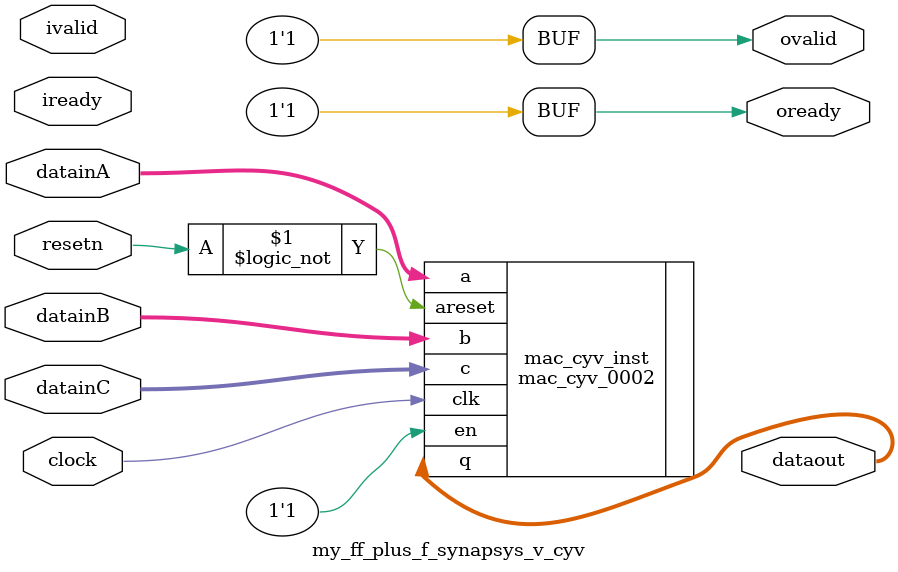
<source format=v>
module my_ff_plus_f_synapsys_v_cyv (

	input   clock,
	input   resetn,
	input   ivalid, 
	input   iready,
	output  ovalid, 
	output  oready,
	input   [31:0] datainC,	
	input   [31:0]  datainA,
	input   [31:0] datainB,
	output   [31:0]  dataout);
	
	
	
	/*
  logic [31:0] result_float;
  logic [31:0] result_float_reg;
  logic [31:0] result_float_reg2;
  logic [15:0] resulta_sfixed;
  
  logic		valid_reg;
  logic 	valid_reg2;
  logic		valid_reg3;
  logic		valid_reg4;
  logic signed [31:0] resulta_sfixed_reg1;
  
  logic [15:0] datain_reg, datain_reg2,datain_reg3, datain_reg4;
  */
  assign ovalid = 1'b1;
  assign oready = 1'b1;
  // ivalid, iready, resetn are ignored
  
/*
	multiplicador_ff u0 ( //latencia de 3
		.clk    (clock),    //   input,   width = 1,    clk.clk
		.areset (!resetn), //   input,   width = 1, areset.reset
		.a      (datainA),      //   input,  width = 32,      a.a
		.b      (datainB),      //   input,  width = 32,      b.b
		.q      (result_float)       //  output,  width = 32,      q.q
	);
	*/
	
	//latencia 9
	mac_cyv_0002 mac_cyv_inst (
		.clk    (clock),    //    clk.clk
		.areset (!resetn), // areset.reset
		.en     (1'b1),     //     en.en
		.a      (datainA),      //      a.a
		.b      (datainB),      //      b.b
		.c      (datainC),      //      c.c
		.q      (dataout)       //      q.q
	);


	 
	 
endmodule

</source>
